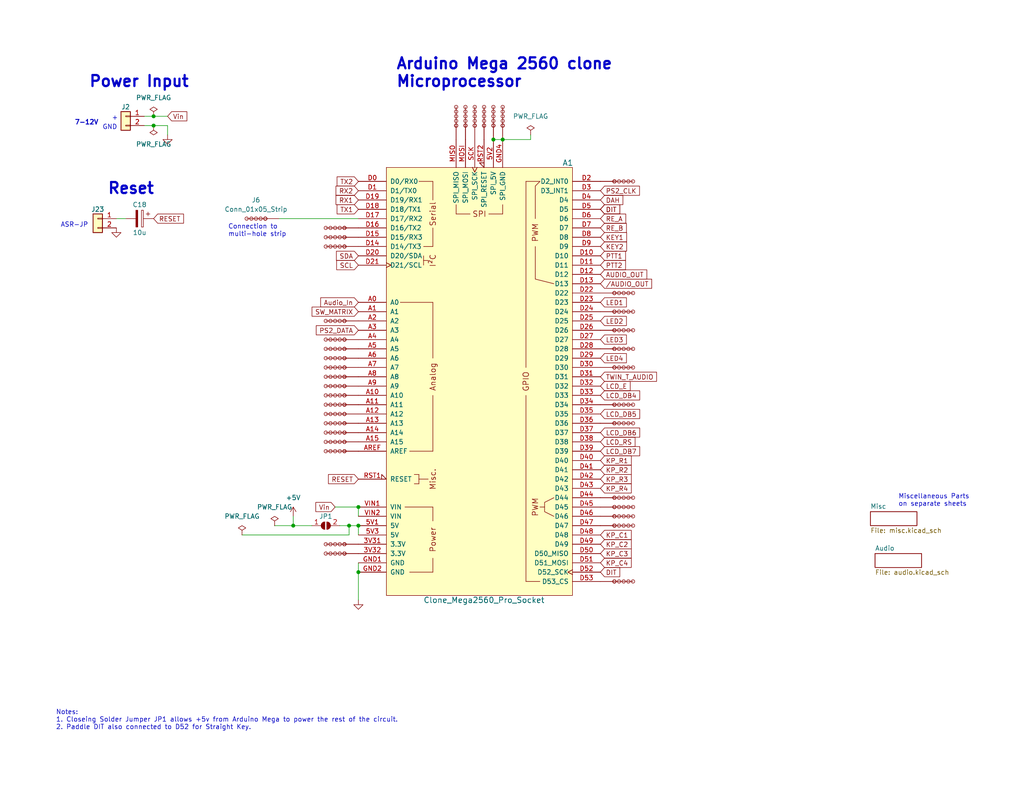
<source format=kicad_sch>
(kicad_sch (version 20230121) (generator eeschema)
  (paper "USLetter")
  (title_block (title "Arduino Mega2560 K3NG Keyer - Microprocessor") (date "2024-03-12") (rev "0.1") (company "EZ Electronics"))
  (lib_symbols
    (symbol "Conn_01x05_Strip_1" (pin_names (offset 1.016) hide)
      (property "Reference" "J" (at 0 2.54 0))
      (property "Value" "Conn_01x05_Strip" (at 0 -2.54 0))
      (symbol "Conn_01x05_Strip_1_1_1"
        (polyline (pts (xy 0 0) (xy 5.08 0)))
        (circle (center 0 0) (radius 0.4579))
        (circle (center 0 0) (radius 0.4579))
        (circle (center 1.27 0) (radius 0.4579))
        (circle (center 2.54 0) (radius 0.4579))
        (circle (center 3.81 0) (radius 0.4579))
        (circle (center 5.08 0) (radius 0.4579))
        (pin passive line (at -3.81 0 0) (length 3.81) (name "Pin_1") (number ""))
      )
    )
    (symbol "Conn_01x05_Strip_2" (pin_names (offset 1.016) hide)
      (property "Reference" "J" (at 0 2.54 0))
      (property "Value" "Conn_01x05_Strip" (at 0 -2.54 0))
      (symbol "Conn_01x05_Strip_2_1_1"
        (polyline (pts (xy 0 0) (xy 5.08 0)))
        (circle (center 0 0) (radius 0.4579))
        (circle (center 0 0) (radius 0.4579))
        (circle (center 1.27 0) (radius 0.4579))
        (circle (center 2.54 0) (radius 0.4579))
        (circle (center 3.81 0) (radius 0.4579))
        (circle (center 5.08 0) (radius 0.4579))
        (pin passive line (at -3.81 0 0) (length 3.81) (name "Pin_1") (number ""))
      )
    )
    (symbol "Conn_01x05_Strip_3" (pin_names (offset 1.016) hide)
      (property "Reference" "J" (at 0 2.54 0))
      (property "Value" "Conn_01x05_Strip" (at 0 -2.54 0))
      (symbol "Conn_01x05_Strip_3_1_1"
        (polyline (pts (xy 0 0) (xy 5.08 0)))
        (circle (center 0 0) (radius 0.4579))
        (circle (center 0 0) (radius 0.4579))
        (circle (center 1.27 0) (radius 0.4579))
        (circle (center 2.54 0) (radius 0.4579))
        (circle (center 3.81 0) (radius 0.4579))
        (circle (center 5.08 0) (radius 0.4579))
        (pin passive line (at -3.81 0 0) (length 3.81) (name "Pin_1") (number ""))
      )
    )
    (symbol "Conn_01x05_Strip_4" (pin_names (offset 1.016) hide)
      (property "Reference" "J" (at 0 2.54 0))
      (property "Value" "Conn_01x05_Strip" (at 0 -2.54 0))
      (symbol "Conn_01x05_Strip_4_1_1"
        (polyline (pts (xy 0 0) (xy 5.08 0)))
        (circle (center 0 0) (radius 0.4579))
        (circle (center 0 0) (radius 0.4579))
        (circle (center 1.27 0) (radius 0.4579))
        (circle (center 2.54 0) (radius 0.4579))
        (circle (center 3.81 0) (radius 0.4579))
        (circle (center 5.08 0) (radius 0.4579))
        (pin passive line (at -3.81 0 0) (length 3.81) (name "Pin_1") (number ""))
      )
    )
    (symbol "Connector_Generic:Conn_01x02" (pin_names (offset 1.016) hide)
      (property "Reference" "J" (at 0 2.54 0))
      (property "Value" "Conn_01x02" (at 0 -5.08 0))
      (symbol "Conn_01x02_1_1"
        (rectangle (start -1.27 -2.413) (end 0 -2.667) (stroke (width 0.1524)))
        (rectangle (start -1.27 0.127) (end 0 -0.127) (stroke (width 0.1524)))
        (rectangle (start -1.27 1.27) (end 1.27 -3.81) (stroke (width 0.254)) (fill (type background)))
        (pin passive line (at -5.08 0 0) (length 3.81) (name "Pin_1") (number "1"))
        (pin passive line (at -5.08 -2.54 0) (length 3.81) (name "Pin_2") (number "2"))
      )
    )
    (symbol "Device:C_Polarized" (pin_numbers hide) (pin_names (offset 0.254))
      (property "Reference" "C" (at 0.635 2.54 0))
      (property "Value" "C_Polarized" (at 0.635 -2.54 0))
      (symbol "C_Polarized_0_1"
        (rectangle (start -2.286 0.508) (end 2.286 1.016))
        (polyline (pts (xy -1.778 2.286) (xy -0.762 2.286)))
        (polyline (pts (xy -1.27 2.794) (xy -1.27 1.778)))
        (rectangle (start 2.286 -0.508) (end -2.286 -1.016) (fill (type outline)))
      )
      (symbol "C_Polarized_1_1"
        (pin passive line (at 0 3.81 270) (length 2.794) (name "~") (number "1"))
        (pin passive line (at 0 -3.81 90) (length 2.794) (name "~") (number "2"))
      )
    )
    (symbol "Jumper:SolderJumper_2_Open" (pin_names (offset 0) hide)
      (property "Reference" "JP" (at 0 2.032 0))
      (property "Value" "SolderJumper_2_Open" (at 0 -2.54 0))
      (symbol "SolderJumper_2_Open_0_1"
        (arc (start -0.254 1.016) (mid -1.2656 0) (end -0.254 -1.016))
        (arc (start -0.254 1.016) (mid -1.2656 0) (end -0.254 -1.016) (fill (type outline)))
        (polyline (pts (xy -0.254 1.016) (xy -0.254 -1.016)))
        (polyline (pts (xy 0.254 1.016) (xy 0.254 -1.016)))
        (arc (start 0.254 -1.016) (mid 1.2656 0) (end 0.254 1.016))
        (arc (start 0.254 -1.016) (mid 1.2656 0) (end 0.254 1.016) (fill (type outline)))
      )
      (symbol "SolderJumper_2_Open_1_1"
        (pin passive line (at -3.81 0 0) (length 2.54) (name "A") (number "1"))
        (pin passive line (at 3.81 0 180) (length 2.54) (name "B") (number "2"))
      )
    )
    (symbol "PCM_arduino-library:Clone_Mega2560_Pro_Socket" (pin_names (offset 1.016))
      (property "Reference" "A" (at 0 -62.23 0))
      (property "Value" "Clone_Mega2560_Pro_Socket" (at 0 -66.04 0))
      (symbol "Clone_Mega2560_Pro_Socket_0_0"
        (rectangle (start -25.4 -58.42) (end 25.4 58.42) (fill (type background)))
        (rectangle (start -20.32 -34.29) (end -12.7 -34.29))
        (rectangle (start -19.05 -52.07) (end -12.7 -52.07))
        (rectangle (start -19.05 -19.05) (end -12.7 -19.05))
        (rectangle (start -17.78 -27.94) (end -16.51 -27.94))
        (rectangle (start -17.78 -25.4) (end -16.51 -25.4))
        (rectangle (start -16.51 -26.67) (end -13.97 -26.67))
        (rectangle (start -16.51 -25.4) (end -16.51 -27.94))
        (rectangle (start -16.51 54.61) (end -12.7 54.61))
        (rectangle (start -15.24 33.02) (end -13.97 33.02))
        (rectangle (start -15.24 34.29) (end -15.24 31.75))
        (rectangle (start -15.24 36.83) (end -12.7 36.83))
        (rectangle (start -12.7 -48.26) (end -12.7 -52.07))
        (rectangle (start -12.7 -34.29) (end -12.7 -38.1))
        (rectangle (start -12.7 41.91) (end -12.7 36.83))
        (rectangle (start -12.7 49.53) (end -12.7 54.61))
        (rectangle (start -6.35 48.26) (end -6.35 45.72))
        (rectangle (start -2.54 45.72) (end -6.35 45.72))
        (polyline (pts (xy -21.59 21.59) (xy -12.7 21.59)))
        (polyline (pts (xy -12.7 -19.05) (xy -12.7 -3.81)))
        (polyline (pts (xy -12.7 6.35) (xy -12.7 21.59)))
        (polyline (pts (xy 12.7 -54.61) (xy 16.51 -54.61)))
        (polyline (pts (xy 12.7 54.61) (xy 16.51 54.61)))
        (polyline (pts (xy 17.78 -34.29) (xy 16.51 -34.29)))
        (polyline (pts (xy 15.24 36.83) (xy 15.24 27.94) (xy 20.32 26.67)))
        (polyline (pts (xy 15.24 44.45) (xy 15.24 53.34) (xy 16.51 54.61)))
        (polyline (pts (xy 20.32 -31.75) (xy 17.78 -33.02) (xy 17.78 -35.56) (xy 20.32 -36.83)))
        (rectangle (start 6.35 45.72) (end 2.54 45.72))
        (rectangle (start 6.35 48.26) (end 6.35 45.72))
        (text "Analog" (at -12.7 1.27 900) (effects (font (size 1.524 1.524))))
        (text "I²C" (at -12.7 33.02 900) (effects (font (size 1.524 1.524))))
        (text "Misc." (at -12.7 -26.67 900) (effects (font (size 1.524 1.524))))
        (text "Power" (at -12.7 -43.18 900) (effects (font (size 1.524 1.524))))
        (text "PWM" (at 15.24 -34.29 900) (effects (font (size 1.524 1.524))))
        (text "PWM" (at 15.24 40.64 900) (effects (font (size 1.524 1.524))))
        (text "Serial" (at -12.7 45.72 900) (effects (font (size 1.524 1.524))))
        (text "SPI" (at 0 45.72 0) (effects (font (size 1.524 1.524))))
      )
      (symbol "Clone_Mega2560_Pro_Socket_1_0"
        (rectangle (start 12.7 -54.61) (end 12.7 -3.81))
        (rectangle (start 12.7 54.61) (end 12.7 3.81))
        (text "GPIO" (at 12.7 0 900) (effects (font (size 1.524 1.524))))
      )
      (symbol "Clone_Mega2560_Pro_Socket_1_1"
        (pin power_out line (at -33.02 -44.45 0) (length 7.62) (name "3.3V") (number "3V31"))
        (pin power_out line (at -33.02 -46.99 0) (length 7.62) (name "3.3V") (number "3V32"))
        (pin power_in line (at -33.02 -39.37 0) (length 7.62) (name "5V") (number "5V1"))
        (pin power_in line (at 3.81 66.04 270) (length 7.62) (name "SPI_5V") (number "5V2"))
        (pin power_in line (at -33.02 -41.91 0) (length 7.62) (name "5V") (number "5V3"))
        (pin bidirectional line (at -33.02 21.59 0) (length 7.62) (name "A0") (number "A0"))
        (pin bidirectional line (at -33.02 19.05 0) (length 7.62) (name "A1") (number "A1"))
        (pin bidirectional line (at -33.02 -3.81 0) (length 7.62) (name "A10") (number "A10"))
        (pin bidirectional line (at -33.02 -6.35 0) (length 7.62) (name "A11") (number "A11"))
        (pin bidirectional line (at -33.02 -8.89 0) (length 7.62) (name "A12") (number "A12"))
        (pin bidirectional line (at -33.02 -11.43 0) (length 7.62) (name "A13") (number "A13"))
        (pin bidirectional line (at -33.02 -13.97 0) (length 7.62) (name "A14") (number "A14"))
        (pin bidirectional line (at -33.02 -16.51 0) (length 7.62) (name "A15") (number "A15"))
        (pin bidirectional line (at -33.02 16.51 0) (length 7.62) (name "A2") (number "A2"))
        (pin bidirectional line (at -33.02 13.97 0) (length 7.62) (name "A3") (number "A3"))
        (pin bidirectional line (at -33.02 11.43 0) (length 7.62) (name "A4") (number "A4"))
        (pin bidirectional line (at -33.02 8.89 0) (length 7.62) (name "A5") (number "A5"))
        (pin bidirectional line (at -33.02 6.35 0) (length 7.62) (name "A6") (number "A6"))
        (pin bidirectional line (at -33.02 3.81 0) (length 7.62) (name "A7") (number "A7"))
        (pin bidirectional line (at -33.02 1.27 0) (length 7.62) (name "A8") (number "A8"))
        (pin bidirectional line (at -33.02 -1.27 0) (length 7.62) (name "A9") (number "A9"))
        (pin input line (at -33.02 -19.05 0) (length 7.62) (name "AREF") (number "AREF"))
        (pin bidirectional line (at -33.02 54.61 0) (length 7.62) (name "D0/RX0") (number "D0"))
        (pin bidirectional line (at -33.02 52.07 0) (length 7.62) (name "D1/TX0") (number "D1"))
        (pin bidirectional line (at 33.02 34.29 180) (length 7.62) (name "D10") (number "D10"))
        (pin bidirectional line (at 33.02 31.75 180) (length 7.62) (name "D11") (number "D11"))
        (pin bidirectional line (at 33.02 29.21 180) (length 7.62) (name "D12") (number "D12"))
        (pin bidirectional line (at 33.02 26.67 180) (length 7.62) (name "D13") (number "D13"))
        (pin bidirectional line (at -33.02 36.83 0) (length 7.62) (name "D14/TX3") (number "D14"))
        (pin bidirectional line (at -33.02 39.37 0) (length 7.62) (name "D15/RX3") (number "D15"))
        (pin bidirectional line (at -33.02 41.91 0) (length 7.62) (name "D16/TX2") (number "D16"))
        (pin bidirectional line (at -33.02 44.45 0) (length 7.62) (name "D17/RX2") (number "D17"))
        (pin bidirectional line (at -33.02 46.99 0) (length 7.62) (name "D18/TX1") (number "D18"))
        (pin bidirectional line (at -33.02 49.53 0) (length 7.62) (name "D19/RX1") (number "D19"))
        (pin bidirectional line (at 33.02 54.61 180) (length 7.62) (name "D2_INT0") (number "D2"))
        (pin bidirectional line (at -33.02 34.29 0) (length 7.62) (name "D20/SDA") (number "D20"))
        (pin bidirectional clock (at -33.02 31.75 0) (length 7.62) (name "D21/SCL") (number "D21"))
        (pin bidirectional line (at 33.02 24.13 180) (length 7.62) (name "D22") (number "D22"))
        (pin bidirectional line (at 33.02 21.59 180) (length 7.62) (name "D23") (number "D23"))
        (pin bidirectional line (at 33.02 19.05 180) (length 7.62) (name "D24") (number "D24"))
        (pin bidirectional line (at 33.02 16.51 180) (length 7.62) (name "D25") (number "D25"))
        (pin bidirectional line (at 33.02 13.97 180) (length 7.62) (name "D26") (number "D26"))
        (pin bidirectional line (at 33.02 11.43 180) (length 7.62) (name "D27") (number "D27"))
        (pin bidirectional line (at 33.02 8.89 180) (length 7.62) (name "D28") (number "D28"))
        (pin bidirectional line (at 33.02 6.35 180) (length 7.62) (name "D29") (number "D29"))
        (pin bidirectional line (at 33.02 52.07 180) (length 7.62) (name "D3_INT1") (number "D3"))
        (pin bidirectional line (at 33.02 3.81 180) (length 7.62) (name "D30") (number "D30"))
        (pin bidirectional line (at 33.02 1.27 180) (length 7.62) (name "D31") (number "D31"))
        (pin bidirectional line (at 33.02 -1.27 180) (length 7.62) (name "D32") (number "D32"))
        (pin bidirectional line (at 33.02 -3.81 180) (length 7.62) (name "D33") (number "D33"))
        (pin bidirectional line (at 33.02 -6.35 180) (length 7.62) (name "D34") (number "D34"))
        (pin bidirectional line (at 33.02 -8.89 180) (length 7.62) (name "D35") (number "D35"))
        (pin bidirectional line (at 33.02 -11.43 180) (length 7.62) (name "D36") (number "D36"))
        (pin bidirectional line (at 33.02 -13.97 180) (length 7.62) (name "D37") (number "D37"))
        (pin bidirectional line (at 33.02 -16.51 180) (length 7.62) (name "D38") (number "D38"))
        (pin bidirectional line (at 33.02 -19.05 180) (length 7.62) (name "D39") (number "D39"))
        (pin bidirectional line (at 33.02 49.53 180) (length 7.62) (name "D4") (number "D4"))
        (pin bidirectional line (at 33.02 -21.59 180) (length 7.62) (name "D40") (number "D40"))
        (pin bidirectional line (at 33.02 -24.13 180) (length 7.62) (name "D41") (number "D41"))
        (pin bidirectional line (at 33.02 -26.67 180) (length 7.62) (name "D42") (number "D42"))
        (pin bidirectional line (at 33.02 -29.21 180) (length 7.62) (name "D43") (number "D43"))
        (pin bidirectional line (at 33.02 -31.75 180) (length 7.62) (name "D44") (number "D44"))
        (pin bidirectional line (at 33.02 -34.29 180) (length 7.62) (name "D45") (number "D45"))
        (pin bidirectional line (at 33.02 -36.83 180) (length 7.62) (name "D46") (number "D46"))
        (pin bidirectional line (at 33.02 -39.37 180) (length 7.62) (name "D47") (number "D47"))
        (pin bidirectional line (at 33.02 -41.91 180) (length 7.62) (name "D48") (number "D48"))
        (pin bidirectional line (at 33.02 -44.45 180) (length 7.62) (name "D49") (number "D49"))
        (pin bidirectional line (at 33.02 46.99 180) (length 7.62) (name "D5") (number "D5"))
        (pin bidirectional line (at 33.02 -46.99 180) (length 7.62) (name "D50_MISO") (number "D50"))
        (pin bidirectional line (at 33.02 -49.53 180) (length 7.62) (name "D51_MOSI") (number "D51"))
        (pin bidirectional clock (at 33.02 -52.07 180) (length 7.62) (name "D52_SCK") (number "D52"))
        (pin bidirectional line (at 33.02 -54.61 180) (length 7.62) (name "D53_CS") (number "D53"))
        (pin bidirectional line (at 33.02 44.45 180) (length 7.62) (name "D6") (number "D6"))
        (pin bidirectional line (at 33.02 41.91 180) (length 7.62) (name "D7") (number "D7"))
        (pin bidirectional line (at 33.02 39.37 180) (length 7.62) (name "D8") (number "D8"))
        (pin bidirectional line (at 33.02 36.83 180) (length 7.62) (name "D9") (number "D9"))
        (pin power_in line (at -33.02 -49.53 0) (length 7.62) (name "GND") (number "GND1"))
        (pin power_in line (at -33.02 -52.07 0) (length 7.62) (name "GND") (number "GND2"))
        (pin power_in line (at 6.35 66.04 270) (length 7.62) (name "SPI_GND") (number "GND4"))
        (pin input line (at -6.35 66.04 270) (length 7.62) (name "SPI_MISO") (number "MISO"))
        (pin output line (at -3.81 66.04 270) (length 7.62) (name "SPI_MOSI") (number "MOSI"))
        (pin open_collector input_low (at -33.02 -26.67 0) (length 7.62) (name "RESET") (number "RST1"))
        (pin open_collector input_low (at 1.27 66.04 270) (length 7.62) (name "SPI_RESET") (number "RST2"))
        (pin output clock (at -1.27 66.04 270) (length 7.62) (name "SPI_SCK") (number "SCK"))
        (pin power_in line (at -33.02 -34.29 0) (length 7.62) (name "VIN") (number "VIN1"))
        (pin power_in line (at -33.02 -36.83 0) (length 7.62) (name "VIN") (number "VIN2"))
      )
    )
    (symbol "User_KICAD6:Conn_01x05_Strip" (pin_names (offset 1.016) hide)
      (property "Reference" "J" (at 0 2.54 0))
      (property "Value" "Conn_01x05_Strip" (at 0 -2.54 0))
      (symbol "Conn_01x05_Strip_1_1"
        (polyline (pts (xy 0 0) (xy 5.08 0)))
        (circle (center 0 0) (radius 0.4579))
        (circle (center 0 0) (radius 0.4579))
        (circle (center 1.27 0) (radius 0.4579))
        (circle (center 2.54 0) (radius 0.4579))
        (circle (center 3.81 0) (radius 0.4579))
        (circle (center 5.08 0) (radius 0.4579))
        (pin passive line (at -3.81 0 0) (length 3.81) (name "Pin_1") (number ""))
      )
    )
    (symbol "power:+5V" (power) (pin_names (offset 0))
      (property "Value" "+5V" (at 0 3.556 0))
      (symbol "+5V_0_1"
        (polyline (pts (xy -0.762 1.27) (xy 0 2.54)))
        (polyline (pts (xy 0 0) (xy 0 2.54)))
        (polyline (pts (xy 0 2.54) (xy 0.762 1.27)))
      )
      (symbol "+5V_1_1"
        (pin power_in line (at 0 0 90) (length 0) hide (name "+5V") (number "1"))
      )
    )
    (symbol "power:GND" (power) (pin_names (offset 0))
      (property "Value" "GND" (at 0 -3.81 0))
      (symbol "GND_0_1"
        (polyline (pts (xy 0 0) (xy 0 -1.27) (xy 1.27 -1.27) (xy 0 -2.54) (xy -1.27 -1.27) (xy 0 -1.27)))
      )
      (symbol "GND_1_1"
        (pin power_in line (at 0 0 270) (length 0) hide (name "GND") (number "1"))
      )
    )
    (symbol "power:PWR_FLAG" (power) (pin_numbers hide) (pin_names (offset 0) hide)
      (property "Value" "PWR_FLAG" (at 0 3.81 0))
      (symbol "PWR_FLAG_0_0"
        (pin power_out line (at 0 0 90) (length 0) (name "pwr") (number "1"))
      )
      (symbol "PWR_FLAG_0_1"
        (polyline (pts (xy 0 0) (xy 0 1.27) (xy -1.016 1.905) (xy 0 2.54) (xy 1.016 1.905) (xy 0 1.27)))
      )
    )
  )
  (junction (at 95.25 143.51))
  (junction (at 97.79 138.43))
  (junction (at 137.16 38.1))
  (junction (at 134.62 38.1))
  (junction (at 80.01 143.51))
  (junction (at 41.91 34.29))
  (junction (at 97.79 143.51))
  (junction (at 97.79 156.21))
  (junction (at 41.91 31.75))
  (wire (pts (xy 39.37 31.75) (xy 41.91 31.75)))
  (wire (pts (xy 92.71 143.51) (xy 95.25 143.51)))
  (wire (pts (xy 39.37 34.29) (xy 41.91 34.29)))
  (wire (pts (xy 80.01 140.97) (xy 80.01 143.51)))
  (wire (pts (xy 97.79 143.51) (xy 97.79 146.05)))
  (wire (pts (xy 41.91 31.75) (xy 45.72 31.75)))
  (wire (pts (xy 66.04 146.05) (xy 95.25 146.05)))
  (wire (pts (xy 31.75 59.69) (xy 34.29 59.69)))
  (wire (pts (xy 144.78 38.1) (xy 144.78 36.83)))
  (wire (pts (xy 97.79 156.21) (xy 97.79 163.83)))
  (wire (pts (xy 97.79 138.43) (xy 97.79 140.97)))
  (wire (pts (xy 97.79 153.67) (xy 97.79 156.21)))
  (wire (pts (xy 91.44 138.43) (xy 97.79 138.43)))
  (wire (pts (xy 95.25 143.51) (xy 97.79 143.51)))
  (wire (pts (xy 144.78 38.1) (xy 137.16 38.1)))
  (wire (pts (xy 80.01 143.51) (xy 85.09 143.51)))
  (wire (pts (xy 76.2 59.69) (xy 97.79 59.69)))
  (wire (pts (xy 74.93 143.51) (xy 80.01 143.51)))
  (wire (pts (xy 134.62 38.1) (xy 137.16 38.1)))
  (wire (pts (xy 45.72 34.29) (xy 45.72 36.83)))
  (wire (pts (xy 95.25 143.51) (xy 95.25 146.05)))
  (wire (pts (xy 41.91 34.29) (xy 45.72 34.29)))
  (text "Arduino Mega 2560 clone\nMicroprocessor" (at 107.95 24.13 0) (effects (font (size 3 3) (thickness 0.6) bold) (justify left bottom)))
  (text "Reset" (at 29.21 53.34 0) (effects (font (size 3 3) (thickness 0.6) bold) (justify left bottom)))
  (text "+" (at 30.48 33.02 0) (effects (font (size 1.27 1.27)) (justify left bottom)))
  (text "ASR-JP" (at 16.51 62.23 0) (effects (font (size 1.27 1.27)) (justify left bottom)))
  (text "7-12V" (at 20.32 34.29 0) (effects (font (size 1.27 1.27) (thickness 0.254) bold) (justify left bottom)))
  (text "Notes:\n1. Closeing Solder Jumper JP1 allows +5v from Arduino Mega to power the rest of the circuit.\n2. Paddle DIT also connected to D52 for Straight Key." (at 15.24 199.39 0) (effects (font (size 1.27 1.27)) (justify left bottom)))
  (text "GND" (at 27.94 35.56 0) (effects (font (size 1.27 1.27)) (justify left bottom)))
  (text "Miscellaneous Parts\non separate sheets" (at 245.11 138.43 0) (effects (font (size 1.27 1.27)) (justify left bottom)))
  (text "Power Input" (at 24.13 24.13 0) (effects (font (size 3 3) (thickness 0.6) bold) (justify left bottom)))
  (text "Connection to\nmulti-hole strip" (at 62.23 64.77 0) (effects (font (size 1.27 1.27)) (justify left bottom)))
  (global_label "LED4" (shape input) (at 163.83 97.79 0) (property "Intersheetrefs" "${INTERSHEET_REFS}" (effects hide)))
  (global_label "LED1" (shape input) (at 163.83 82.55 0) (property "Intersheetrefs" "${INTERSHEET_REFS}" (effects hide)))
  (global_label "PTT1" (shape input) (at 163.83 69.85 0) (property "Intersheetrefs" "${INTERSHEET_REFS}" (effects hide)))
  (global_label "PTT2" (shape input) (at 163.83 72.39 0) (property "Intersheetrefs" "${INTERSHEET_REFS}" (effects hide)))
  (global_label "KP_C4" (shape input) (at 163.83 153.67 0) (property "Intersheetrefs" "${INTERSHEET_REFS}" (effects hide)))
  (global_label "Vin" (shape input) (at 91.44 138.43 180) (property "Intersheetrefs" "${INTERSHEET_REFS}" (effects hide)))
  (global_label "KEY1" (shape input) (at 163.83 64.77 0) (property "Intersheetrefs" "${INTERSHEET_REFS}" (effects hide)))
  (global_label "LCD_DB6" (shape input) (at 163.83 118.11 0) (property "Intersheetrefs" "${INTERSHEET_REFS}" (effects hide)))
  (global_label "KP_R2" (shape input) (at 163.83 128.27 0) (property "Intersheetrefs" "${INTERSHEET_REFS}" (effects hide)))
  (global_label "SDA" (shape input) (at 97.79 69.85 180) (property "Intersheetrefs" "${INTERSHEET_REFS}" (effects hide)))
  (global_label "SCL" (shape input) (at 97.79 72.39 180) (property "Intersheetrefs" "${INTERSHEET_REFS}" (effects hide)))
  (global_label "LCD_DB4" (shape input) (at 163.83 107.95 0) (property "Intersheetrefs" "${INTERSHEET_REFS}" (effects hide)))
  (global_label "PS2_CLK" (shape input) (at 163.83 52.07 0) (property "Intersheetrefs" "${INTERSHEET_REFS}" (effects hide)))
  (global_label "DIT" (shape input) (at 163.83 57.15 0) (property "Intersheetrefs" "${INTERSHEET_REFS}" (effects hide)))
  (global_label "KP_C3" (shape input) (at 163.83 151.13 0) (property "Intersheetrefs" "${INTERSHEET_REFS}" (effects hide)))
  (global_label "LCD_RS" (shape input) (at 163.83 120.65 0) (property "Intersheetrefs" "${INTERSHEET_REFS}" (effects hide)))
  (global_label "RESET" (shape input) (at 41.91 59.69 0) (property "Intersheetrefs" "${INTERSHEET_REFS}" (effects hide)))
  (global_label "KP_C2" (shape input) (at 163.83 148.59 0) (property "Intersheetrefs" "${INTERSHEET_REFS}" (effects hide)))
  (global_label "LED2" (shape input) (at 163.83 87.63 0) (property "Intersheetrefs" "${INTERSHEET_REFS}" (effects hide)))
  (global_label "LED3" (shape input) (at 163.83 92.71 0) (property "Intersheetrefs" "${INTERSHEET_REFS}" (effects hide)))
  (global_label "TX2" (shape input) (at 97.79 49.53 180) (property "Intersheetrefs" "${INTERSHEET_REFS}" (effects hide)))
  (global_label "PS2_DATA" (shape input) (at 97.79 90.17 180) (property "Intersheetrefs" "${INTERSHEET_REFS}" (effects hide)))
  (global_label "LCD_DB7" (shape input) (at 163.83 123.19 0) (property "Intersheetrefs" "${INTERSHEET_REFS}" (effects hide)))
  (global_label "RE_A" (shape input) (at 163.83 59.69 0) (property "Intersheetrefs" "${INTERSHEET_REFS}" (effects hide)))
  (global_label "SW_MATRIX" (shape input) (at 97.79 85.09 180) (property "Intersheetrefs" "${INTERSHEET_REFS}" (effects hide)))
  (global_label "KP_R1" (shape input) (at 163.83 125.73 0) (property "Intersheetrefs" "${INTERSHEET_REFS}" (effects hide)))
  (global_label "DIT" (shape input) (at 163.83 156.21 0) (property "Intersheetrefs" "${INTERSHEET_REFS}" (effects hide)))
  (global_label "{slash}AUDIO_OUT" (shape input) (at 163.83 77.47 0) (property "Intersheetrefs" "${INTERSHEET_REFS}" (effects hide)))
  (global_label "TWIN_T_AUDIO" (shape input) (at 163.83 102.87 0) (property "Intersheetrefs" "${INTERSHEET_REFS}" (effects hide)))
  (global_label "DIT" (shape input) (at 163.83 57.15 0) (property "Intersheetrefs" "${INTERSHEET_REFS}" (effects hide)))
  (global_label "RESET" (shape input) (at 97.79 130.81 180) (property "Intersheetrefs" "${INTERSHEET_REFS}" (effects hide)))
  (global_label "Audio_In" (shape input) (at 97.79 82.55 180) (property "Intersheetrefs" "${INTERSHEET_REFS}" (effects hide)))
  (global_label "DAH" (shape input) (at 163.83 54.61 0) (property "Intersheetrefs" "${INTERSHEET_REFS}" (effects hide)))
  (global_label "LCD_E" (shape input) (at 163.83 105.41 0) (property "Intersheetrefs" "${INTERSHEET_REFS}" (effects hide)))
  (global_label "KP_R3" (shape input) (at 163.83 130.81 0) (property "Intersheetrefs" "${INTERSHEET_REFS}" (effects hide)))
  (global_label "AUDIO_OUT" (shape input) (at 163.83 74.93 0) (property "Intersheetrefs" "${INTERSHEET_REFS}" (effects hide)))
  (global_label "RX1" (shape input) (at 97.79 54.61 180) (property "Intersheetrefs" "${INTERSHEET_REFS}" (effects hide)))
  (global_label "Vin" (shape input) (at 45.72 31.75 0) (property "Intersheetrefs" "${INTERSHEET_REFS}" (effects hide)))
  (global_label "RE_B" (shape input) (at 163.83 62.23 0) (property "Intersheetrefs" "${INTERSHEET_REFS}" (effects hide)))
  (global_label "KP_R4" (shape input) (at 163.83 133.35 0) (property "Intersheetrefs" "${INTERSHEET_REFS}" (effects hide)))
  (global_label "TX1" (shape input) (at 97.79 57.15 180) (property "Intersheetrefs" "${INTERSHEET_REFS}" (effects hide)))
  (global_label "RX2" (shape input) (at 97.79 52.07 180) (property "Intersheetrefs" "${INTERSHEET_REFS}" (effects hide)))
  (global_label "KP_C1" (shape input) (at 163.83 146.05 0) (property "Intersheetrefs" "${INTERSHEET_REFS}" (effects hide)))
  (global_label "LCD_DB5" (shape input) (at 163.83 113.03 0) (property "Intersheetrefs" "${INTERSHEET_REFS}" (effects hide)))
  (global_label "KEY2" (shape input) (at 163.83 67.31 0) (property "Intersheetrefs" "${INTERSHEET_REFS}" (effects hide)))
  (symbol (lib_name "Conn_01x05_Strip_1") (lib_id "User_KICAD6:Conn_01x05_Strip") (at 93.98 113.03 0) (mirror y) (unit 1)
    (property "Reference" "J30" (effects hide))
    (property "Value" "Conn_01x05_Strip" (effects hide))
    (property "Footprint" "User:01x05_Strip" (effects hide))
    (property "JLCPCB_PN" "DNP" (effects hide))
  )
  (symbol (lib_id "Device:C_Polarized") (at 38.1 59.69 270) (unit 1)
    (property "Reference" "C18" (at 38.1 55.88 90))
    (property "Value" "10u" (at 38.1 63.5 90))
    (property "Footprint" "Capacitor_Tantalum_SMD:CP_EIA-1608-08_AVX-J" (effects hide))
    (property "JLCPCB_PN" "C1952781" (effects hide))
  )
  (symbol (lib_id "power:+5V") (at 80.01 140.97 0) (unit 1)
    (property "Reference" "#PWR07" (effects hide))
    (property "Value" "+5V" (at 80.01 135.89 0))
  )
  (symbol (lib_name "Conn_01x05_Strip_1") (lib_id "User_KICAD6:Conn_01x05_Strip") (at 167.64 110.49 0) (unit 1)
    (property "Reference" "J42" (effects hide))
    (property "Value" "Conn_01x05_Strip" (effects hide))
    (property "Footprint" "User:01x05_Strip" (effects hide))
    (property "JLCPCB_PN" "DNP" (effects hide))
  )
  (symbol (lib_name "Conn_01x05_Strip_1") (lib_id "User_KICAD6:Conn_01x05_Strip") (at 93.98 102.87 0) (mirror y) (unit 1)
    (property "Reference" "J26" (effects hide))
    (property "Value" "Conn_01x05_Strip" (effects hide))
    (property "Footprint" "User:01x05_Strip" (effects hide))
    (property "JLCPCB_PN" "DNP" (effects hide))
  )
  (symbol (lib_name "Conn_01x05_Strip_1") (lib_id "User_KICAD6:Conn_01x05_Strip") (at 167.64 115.57 0) (unit 1)
    (property "Reference" "J41" (effects hide))
    (property "Value" "Conn_01x05_Strip" (effects hide))
    (property "Footprint" "User:01x05_Strip" (effects hide))
    (property "JLCPCB_PN" "DNP" (effects hide))
  )
  (symbol (lib_name "Conn_01x05_Strip_1") (lib_id "User_KICAD6:Conn_01x05_Strip") (at 93.98 92.71 0) (mirror y) (unit 1)
    (property "Reference" "J11" (effects hide))
    (property "Value" "Conn_01x05_Strip" (effects hide))
    (property "Footprint" "User:01x05_Strip" (effects hide))
    (property "JLCPCB_PN" "DNP" (effects hide))
  )
  (symbol (lib_name "Conn_01x05_Strip_1") (lib_id "User_KICAD6:Conn_01x05_Strip") (at 93.98 110.49 0) (mirror y) (unit 1)
    (property "Reference" "J29" (effects hide))
    (property "Value" "Conn_01x05_Strip" (effects hide))
    (property "Footprint" "User:01x05_Strip" (effects hide))
    (property "JLCPCB_PN" "DNP" (effects hide))
  )
  (symbol (lib_id "power:PWR_FLAG") (at 144.78 36.83 0) (unit 1)
    (property "Reference" "#FLG01" (effects hide))
    (property "Value" "PWR_FLAG" (at 144.78 31.75 0))
  )
  (symbol (lib_name "Conn_01x05_Strip_1") (lib_id "User_KICAD6:Conn_01x05_Strip") (at 167.64 100.33 0) (unit 1)
    (property "Reference" "J43" (effects hide))
    (property "Value" "Conn_01x05_Strip" (effects hide))
    (property "Footprint" "User:01x05_Strip" (effects hide))
    (property "JLCPCB_PN" "DNP" (effects hide))
  )
  (symbol (lib_name "Conn_01x05_Strip_1") (lib_id "User_KICAD6:Conn_01x05_Strip") (at 93.98 100.33 0) (mirror y) (unit 1)
    (property "Reference" "J25" (effects hide))
    (property "Value" "Conn_01x05_Strip" (effects hide))
    (property "Footprint" "User:01x05_Strip" (effects hide))
    (property "JLCPCB_PN" "DNP" (effects hide))
  )
  (symbol (lib_id "power:PWR_FLAG") (at 41.91 31.75 0) (unit 1)
    (property "Reference" "#FLG02" (effects hide))
    (property "Value" "PWR_FLAG" (at 41.91 26.67 0))
  )
  (symbol (lib_name "Conn_01x05_Strip_1") (lib_id "User_KICAD6:Conn_01x05_Strip") (at 167.64 143.51 0) (unit 1)
    (property "Reference" "J37" (effects hide))
    (property "Value" "Conn_01x05_Strip" (effects hide))
    (property "Footprint" "User:01x05_Strip" (effects hide))
    (property "JLCPCB_PN" "DNP" (effects hide))
  )
  (symbol (lib_name "Conn_01x05_Strip_1") (lib_id "User_KICAD6:Conn_01x05_Strip") (at 132.08 34.29 90) (unit 1)
    (property "Reference" "J51" (effects hide))
    (property "Value" "Conn_01x05_Strip" (effects hide))
    (property "Footprint" "User:01x05_Strip" (effects hide))
    (property "JLCPCB_PN" "DNP" (effects hide))
  )
  (symbol (lib_name "Conn_01x05_Strip_1") (lib_id "User_KICAD6:Conn_01x05_Strip") (at 93.98 107.95 0) (mirror y) (unit 1)
    (property "Reference" "J28" (effects hide))
    (property "Value" "Conn_01x05_Strip" (effects hide))
    (property "Footprint" "User:01x05_Strip" (effects hide))
    (property "JLCPCB_PN" "DNP" (effects hide))
  )
  (symbol (lib_name "Conn_01x05_Strip_1") (lib_id "User_KICAD6:Conn_01x05_Strip") (at 127 34.29 90) (unit 1)
    (property "Reference" "J53" (effects hide))
    (property "Value" "Conn_01x05_Strip" (effects hide))
    (property "Footprint" "User:01x05_Strip" (effects hide))
    (property "JLCPCB_PN" "DNP" (effects hide))
  )
  (symbol (lib_id "Connector_Generic:Conn_01x02") (at 34.29 31.75 0) (mirror y) (unit 1)
    (property "Reference" "J2" (at 34.29 29.21 0))
    (property "Value" "Conn_01x02" (effects hide))
    (property "Footprint" "Connector_PinHeader_2.54mm:PinHeader_1x02_P2.54mm_Vertical" (effects hide))
    (property "JLCPCB_PN" "DNP" (effects hide))
  )
  (symbol (lib_id "power:GND") (at 97.79 163.83 0) (unit 1)
    (property "Reference" "#PWR01" (effects hide))
    (property "Value" "GND" (effects hide))
  )
  (symbol (lib_name "Conn_01x05_Strip_1") (lib_id "User_KICAD6:Conn_01x05_Strip") (at 124.46 34.29 90) (unit 1)
    (property "Reference" "J54" (effects hide))
    (property "Value" "Conn_01x05_Strip" (effects hide))
    (property "Footprint" "User:01x05_Strip" (effects hide))
    (property "JLCPCB_PN" "DNP" (effects hide))
  )
  (symbol (lib_name "Conn_01x05_Strip_1") (lib_id "User_KICAD6:Conn_01x05_Strip") (at 93.98 97.79 0) (mirror y) (unit 1)
    (property "Reference" "J13" (effects hide))
    (property "Value" "Conn_01x05_Strip" (effects hide))
    (property "Footprint" "User:01x05_Strip" (effects hide))
    (property "JLCPCB_PN" "DNP" (effects hide))
  )
  (symbol (lib_id "power:PWR_FLAG") (at 41.91 34.29 0) (mirror x) (unit 1)
    (property "Reference" "#FLG03" (effects hide))
    (property "Value" "PWR_FLAG" (at 41.91 39.37 0))
  )
  (symbol (lib_name "Conn_01x05_Strip_1") (lib_id "User_KICAD6:Conn_01x05_Strip") (at 93.98 105.41 0) (mirror y) (unit 1)
    (property "Reference" "J27" (effects hide))
    (property "Value" "Conn_01x05_Strip" (effects hide))
    (property "Footprint" "User:01x05_Strip" (effects hide))
    (property "JLCPCB_PN" "DNP" (effects hide))
  )
  (symbol (lib_id "power:PWR_FLAG") (at 74.93 143.51 0) (unit 1)
    (property "Reference" "#FLG04" (effects hide))
    (property "Value" "PWR_FLAG" (at 74.93 138.43 0))
  )
  (symbol (lib_id "PCM_arduino-library:Clone_Mega2560_Pro_Socket") (at 130.81 104.14 0) (unit 1)
    (property "Reference" "A1" (at 154.94 44.45 0) (effects (font (size 1.524 1.524))))
    (property "Value" "Clone_Mega2560_Pro_Socket" (at 132.08 163.83 0) (effects (font (size 1.524 1.524))))
    (property "Footprint" "PCM_arduino-library:Clone_Mega2560_Pro_Socket" (effects hide))
    (property "Datasheet" "https://www.pcboard.ca/mega-2560-pro" (effects hide))
    (property "JLCPCB_PN" "DNP" (effects hide))
  )
  (symbol (lib_id "User_KICAD6:Conn_01x05_Strip") (at 93.98 62.23 0) (mirror y) (unit 1)
    (property "Reference" "J7" (effects hide))
    (property "Value" "Conn_01x05_Strip" (effects hide))
    (property "Footprint" "User:01x05_Strip" (effects hide))
    (property "JLCPCB_PN" "DNP" (effects hide))
  )
  (symbol (lib_name "Conn_01x05_Strip_1") (lib_id "User_KICAD6:Conn_01x05_Strip") (at 93.98 151.13 0) (mirror y) (unit 1)
    (property "Reference" "J36" (effects hide))
    (property "Value" "Conn_01x05_Strip" (effects hide))
    (property "Footprint" "User:01x05_Strip" (effects hide))
    (property "JLCPCB_PN" "DNP" (effects hide))
  )
  (symbol (lib_name "Conn_01x05_Strip_1") (lib_id "User_KICAD6:Conn_01x05_Strip") (at 134.62 34.29 90) (unit 1)
    (property "Reference" "J50" (effects hide))
    (property "Value" "Conn_01x05_Strip" (effects hide))
    (property "Footprint" "User:01x05_Strip" (effects hide))
    (property "JLCPCB_PN" "DNP" (effects hide))
  )
  (symbol (lib_name "Conn_01x05_Strip_1") (lib_id "User_KICAD6:Conn_01x05_Strip") (at 93.98 120.65 0) (mirror y) (unit 1)
    (property "Reference" "J33" (effects hide))
    (property "Value" "Conn_01x05_Strip" (effects hide))
    (property "Footprint" "User:01x05_Strip" (effects hide))
    (property "JLCPCB_PN" "DNP" (effects hide))
  )
  (symbol (lib_id "power:GND") (at 31.75 62.23 0) (unit 1)
    (property "Reference" "#PWR046" (effects hide))
    (property "Value" "GND" (effects hide))
  )
  (symbol (lib_name "Conn_01x05_Strip_1") (lib_id "User_KICAD6:Conn_01x05_Strip") (at 167.64 138.43 0) (unit 1)
    (property "Reference" "J39" (effects hide))
    (property "Value" "Conn_01x05_Strip" (effects hide))
    (property "Footprint" "User:01x05_Strip" (effects hide))
    (property "JLCPCB_PN" "DNP" (effects hide))
  )
  (symbol (lib_name "Conn_01x05_Strip_1") (lib_id "User_KICAD6:Conn_01x05_Strip") (at 93.98 95.25 0) (mirror y) (unit 1)
    (property "Reference" "J12" (effects hide))
    (property "Value" "Conn_01x05_Strip" (effects hide))
    (property "Footprint" "User:01x05_Strip" (effects hide))
    (property "JLCPCB_PN" "DNP" (effects hide))
  )
  (symbol (lib_name "Conn_01x05_Strip_1") (lib_id "User_KICAD6:Conn_01x05_Strip") (at 129.54 34.29 90) (unit 1)
    (property "Reference" "J52" (effects hide))
    (property "Value" "Conn_01x05_Strip" (effects hide))
    (property "Footprint" "User:01x05_Strip" (effects hide))
    (property "JLCPCB_PN" "DNP" (effects hide))
  )
  (symbol (lib_id "power:GND") (at 45.72 36.83 0) (unit 1)
    (property "Reference" "#PWR04" (effects hide))
    (property "Value" "GND" (effects hide))
  )
  (symbol (lib_name "Conn_01x05_Strip_3") (lib_id "User_KICAD6:Conn_01x05_Strip") (at 93.98 67.31 0) (mirror y) (unit 1)
    (property "Reference" "J9" (effects hide))
    (property "Value" "Conn_01x05_Strip" (effects hide))
    (property "Footprint" "User:01x05_Strip" (effects hide))
    (property "JLCPCB_PN" "DNP" (effects hide))
  )
  (symbol (lib_name "Conn_01x05_Strip_1") (lib_id "User_KICAD6:Conn_01x05_Strip") (at 167.64 90.17 0) (unit 1)
    (property "Reference" "J45" (effects hide))
    (property "Value" "Conn_01x05_Strip" (effects hide))
    (property "Footprint" "User:01x05_Strip" (effects hide))
    (property "JLCPCB_PN" "DNP" (effects hide))
  )
  (symbol (lib_name "Conn_01x05_Strip_1") (lib_id "User_KICAD6:Conn_01x05_Strip") (at 167.64 158.75 0) (unit 1)
    (property "Reference" "J56" (effects hide))
    (property "Value" "Conn_01x05_Strip" (effects hide))
    (property "Footprint" "User:01x05_Strip" (effects hide))
    (property "JLCPCB_PN" "DNP" (effects hide))
  )
  (symbol (lib_id "Jumper:SolderJumper_2_Open") (at 88.9 143.51 0) (unit 1)
    (property "Reference" "JP1" (at 88.9 140.97 0))
    (property "Value" "SolderJumper_2_Open" (effects hide))
    (property "Footprint" "Jumper:SolderJumper-2_P1.3mm_Open_TrianglePad1.0x1.5mm" (effects hide))
    (property "JLCPCB_PN" "DNP" (effects hide))
  )
  (symbol (lib_name "Conn_01x05_Strip_1") (lib_id "User_KICAD6:Conn_01x05_Strip") (at 93.98 87.63 0) (mirror y) (unit 1)
    (property "Reference" "J10" (effects hide))
    (property "Value" "Conn_01x05_Strip" (effects hide))
    (property "Footprint" "User:01x05_Strip" (effects hide))
    (property "JLCPCB_PN" "DNP" (effects hide))
  )
  (symbol (lib_name "Conn_01x05_Strip_1") (lib_id "User_KICAD6:Conn_01x05_Strip") (at 167.64 140.97 0) (unit 1)
    (property "Reference" "J38" (effects hide))
    (property "Value" "Conn_01x05_Strip" (effects hide))
    (property "Footprint" "User:01x05_Strip" (effects hide))
    (property "JLCPCB_PN" "DNP" (effects hide))
  )
  (symbol (lib_name "Conn_01x05_Strip_1") (lib_id "User_KICAD6:Conn_01x05_Strip") (at 93.98 118.11 0) (mirror y) (unit 1)
    (property "Reference" "J32" (effects hide))
    (property "Value" "Conn_01x05_Strip" (effects hide))
    (property "Footprint" "User:01x05_Strip" (effects hide))
    (property "JLCPCB_PN" "DNP" (effects hide))
  )
  (symbol (lib_id "Connector_Generic:Conn_01x02") (at 26.67 59.69 0) (mirror y) (unit 1)
    (property "Reference" "J23" (at 26.67 57.15 0))
    (property "Value" "Conn_01x02" (effects hide))
    (property "Footprint" "Connector_PinHeader_2.54mm:PinHeader_1x02_P2.54mm_Vertical" (effects hide))
    (property "JLCPCB_PN" "DNP" (effects hide))
  )
  (symbol (lib_name "Conn_01x05_Strip_2") (lib_id "User_KICAD6:Conn_01x05_Strip") (at 72.39 59.69 0) (mirror y) (unit 1)
    (property "Reference" "J6" (at 69.85 54.61 0))
    (property "Value" "Conn_01x05_Strip" (at 69.85 57.15 0))
    (property "Footprint" "User:01x05_Strip" (effects hide))
    (property "JLCPCB_PN" "DNP" (effects hide))
  )
  (symbol (lib_name "Conn_01x05_Strip_4") (lib_id "User_KICAD6:Conn_01x05_Strip") (at 93.98 64.77 0) (mirror y) (unit 1)
    (property "Reference" "J8" (effects hide))
    (property "Value" "Conn_01x05_Strip" (effects hide))
    (property "Footprint" "User:01x05_Strip" (effects hide))
    (property "JLCPCB_PN" "DNP" (effects hide))
  )
  (symbol (lib_name "Conn_01x05_Strip_1") (lib_id "User_KICAD6:Conn_01x05_Strip") (at 167.64 135.89 0) (unit 1)
    (property "Reference" "J40" (effects hide))
    (property "Value" "Conn_01x05_Strip" (effects hide))
    (property "Footprint" "User:01x05_Strip" (effects hide))
    (property "JLCPCB_PN" "DNP" (effects hide))
  )
  (symbol (lib_name "Conn_01x05_Strip_1") (lib_id "User_KICAD6:Conn_01x05_Strip") (at 93.98 148.59 0) (mirror y) (unit 1)
    (property "Reference" "J35" (effects hide))
    (property "Value" "Conn_01x05_Strip" (effects hide))
    (property "Footprint" "User:01x05_Strip" (effects hide))
    (property "JLCPCB_PN" "DNP" (effects hide))
  )
  (symbol (lib_name "Conn_01x05_Strip_1") (lib_id "User_KICAD6:Conn_01x05_Strip") (at 93.98 115.57 0) (mirror y) (unit 1)
    (property "Reference" "J31" (effects hide))
    (property "Value" "Conn_01x05_Strip" (effects hide))
    (property "Footprint" "User:01x05_Strip" (effects hide))
    (property "JLCPCB_PN" "DNP" (effects hide))
  )
  (symbol (lib_name "Conn_01x05_Strip_1") (lib_id "User_KICAD6:Conn_01x05_Strip") (at 167.64 49.53 0) (unit 1)
    (property "Reference" "J48" (effects hide))
    (property "Value" "Conn_01x05_Strip" (effects hide))
    (property "Footprint" "User:01x05_Strip" (effects hide))
    (property "JLCPCB_PN" "DNP" (effects hide))
  )
  (symbol (lib_id "power:PWR_FLAG") (at 66.04 146.05 0) (unit 1)
    (property "Reference" "#FLG05" (effects hide))
    (property "Value" "PWR_FLAG" (at 66.04 140.97 0))
  )
  (symbol (lib_name "Conn_01x05_Strip_1") (lib_id "User_KICAD6:Conn_01x05_Strip") (at 167.64 85.09 0) (unit 1)
    (property "Reference" "J46" (effects hide))
    (property "Value" "Conn_01x05_Strip" (effects hide))
    (property "Footprint" "User:01x05_Strip" (effects hide))
    (property "JLCPCB_PN" "DNP" (effects hide))
  )
  (symbol (lib_name "Conn_01x05_Strip_1") (lib_id "User_KICAD6:Conn_01x05_Strip") (at 93.98 123.19 0) (mirror y) (unit 1)
    (property "Reference" "J34" (effects hide))
    (property "Value" "Conn_01x05_Strip" (effects hide))
    (property "Footprint" "User:01x05_Strip" (effects hide))
    (property "JLCPCB_PN" "DNP" (effects hide))
  )
  (symbol (lib_name "Conn_01x05_Strip_1") (lib_id "User_KICAD6:Conn_01x05_Strip") (at 137.16 34.29 90) (unit 1)
    (property "Reference" "J49" (effects hide))
    (property "Value" "Conn_01x05_Strip" (effects hide))
    (property "Footprint" "User:01x05_Strip" (effects hide))
    (property "JLCPCB_PN" "DNP" (effects hide))
  )
  (symbol (lib_name "Conn_01x05_Strip_1") (lib_id "User_KICAD6:Conn_01x05_Strip") (at 167.64 80.01 0) (unit 1)
    (property "Reference" "J47" (effects hide))
    (property "Value" "Conn_01x05_Strip" (effects hide))
    (property "Footprint" "User:01x05_Strip" (effects hide))
    (property "JLCPCB_PN" "DNP" (effects hide))
  )
  (symbol (lib_name "Conn_01x05_Strip_1") (lib_id "User_KICAD6:Conn_01x05_Strip") (at 167.64 95.25 0) (unit 1)
    (property "Reference" "J44" (effects hide))
    (property "Value" "Conn_01x05_Strip" (effects hide))
    (property "Footprint" "User:01x05_Strip" (effects hide))
    (property "JLCPCB_PN" "DNP" (effects hide))
  )
  (sheet (at 238.76 151.13) (size 12.7 3.81) (stroke (width 0.1524))
    (property "Sheetname" "Audio" (at 238.76 150.4184 0) (effects (justify left bottom)))
    (property "Sheetfile" "audio.kicad_sch" (at 238.76 155.5246 0) (effects (justify left top)))
  )
  (sheet (at 237.49 139.7) (size 12.7 3.81) (stroke (width 0.1524))
    (property "Sheetname" "Misc" (at 237.49 138.9884 0) (effects (justify left bottom)))
    (property "Sheetfile" "misc.kicad_sch" (at 237.49 144.0946 0) (effects (justify left top)))
  )
)
</source>
